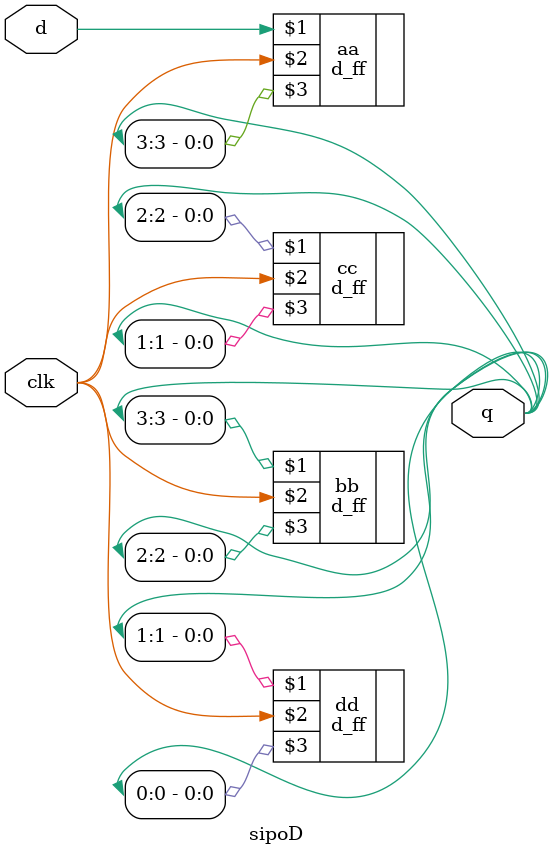
<source format=v>
`timescale 1ns / 1ps
module sipoD (d, clk, q);
    input d,clk;
    output [3:0]q;
    d_ff aa(d, clk, q[3]);
    d_ff bb(q[3], clk, q[2]);
    d_ff cc(q[2], clk, q[1]);
    d_ff dd(q[1], clk, q[0]);
endmodule

</source>
